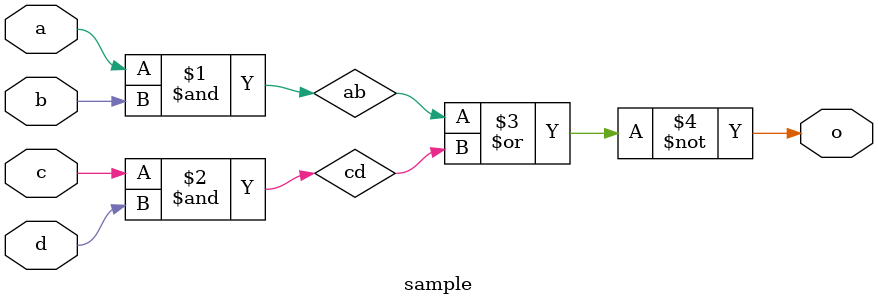
<source format=v>
module sample(a,b,c,d,o);

input a,b,c,d;
output o;
wire ab,cd;

and g1(ab,a,b);
and g2(cd,c,d);
nor g3(o,ab,cd);

endmodule

</source>
